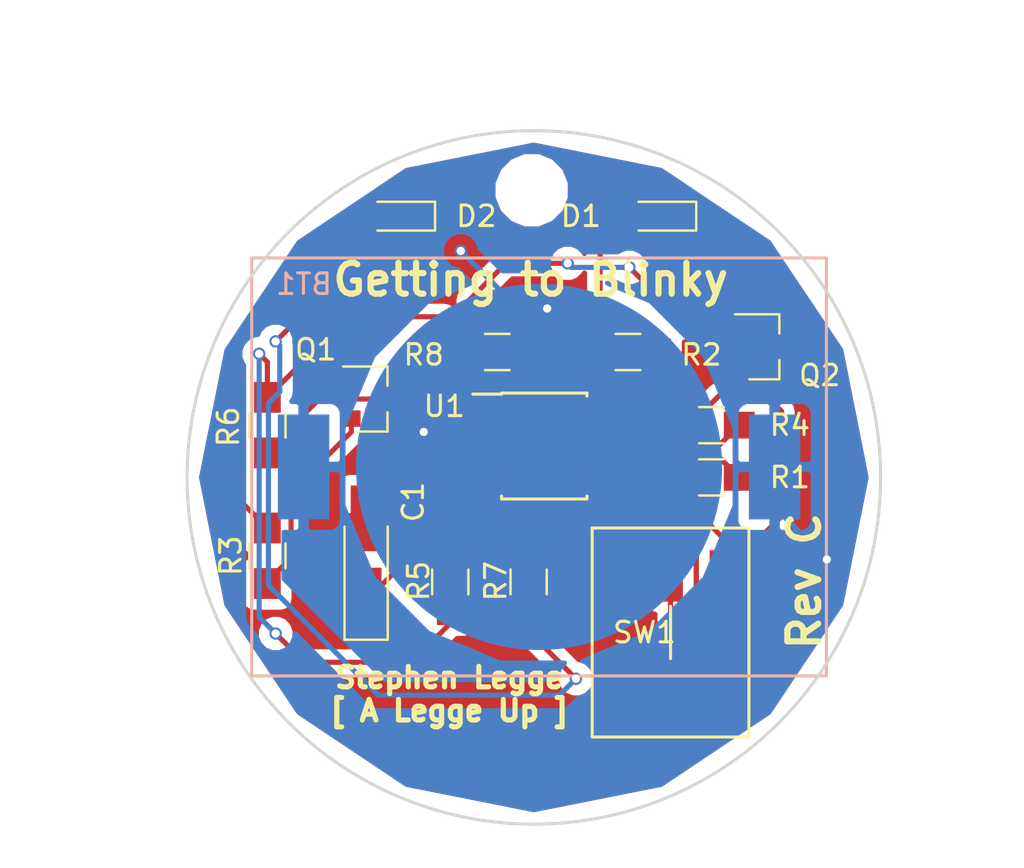
<source format=kicad_pcb>
(kicad_pcb (version 4) (host pcbnew 4.0.6)

  (general
    (links 28)
    (no_connects 0)
    (area 160.99 111.41 210.790001 153.610001)
    (thickness 1.6)
    (drawings 4)
    (tracks 124)
    (zones 0)
    (modules 17)
    (nets 13)
  )

  (page A4)
  (layers
    (0 F.Cu signal)
    (31 B.Cu signal)
    (32 B.Adhes user)
    (33 F.Adhes user)
    (34 B.Paste user)
    (35 F.Paste user)
    (36 B.SilkS user)
    (37 F.SilkS user)
    (38 B.Mask user)
    (39 F.Mask user)
    (40 Dwgs.User user)
    (41 Cmts.User user)
    (42 Eco1.User user)
    (43 Eco2.User user)
    (44 Edge.Cuts user)
    (45 Margin user)
    (46 B.CrtYd user)
    (47 F.CrtYd user)
    (48 B.Fab user)
    (49 F.Fab user)
  )

  (setup
    (last_trace_width 0.25)
    (trace_clearance 0.2)
    (zone_clearance 0.508)
    (zone_45_only no)
    (trace_min 0.2)
    (segment_width 0.2)
    (edge_width 0.15)
    (via_size 0.6)
    (via_drill 0.4)
    (via_min_size 0.4)
    (via_min_drill 0.3)
    (uvia_size 0.3)
    (uvia_drill 0.1)
    (uvias_allowed no)
    (uvia_min_size 0.2)
    (uvia_min_drill 0.1)
    (pcb_text_width 0.3)
    (pcb_text_size 1.5 1.5)
    (mod_edge_width 0.15)
    (mod_text_size 1 1)
    (mod_text_width 0.15)
    (pad_size 1.524 1.524)
    (pad_drill 0.762)
    (pad_to_mask_clearance 0)
    (aux_axis_origin 128.27 81.534)
    (grid_origin 148.59 105.41)
    (visible_elements 7FFFFFBB)
    (pcbplotparams
      (layerselection 0x010fc_80000001)
      (usegerberextensions true)
      (excludeedgelayer true)
      (linewidth 0.100000)
      (plotframeref false)
      (viasonmask false)
      (mode 1)
      (useauxorigin false)
      (hpglpennumber 1)
      (hpglpenspeed 20)
      (hpglpendiameter 15)
      (hpglpenoverlay 2)
      (psnegative false)
      (psa4output false)
      (plotreference true)
      (plotvalue true)
      (plotinvisibletext false)
      (padsonsilk false)
      (subtractmaskfromsilk false)
      (outputformat 1)
      (mirror false)
      (drillshape 0)
      (scaleselection 1)
      (outputdirectory ""))
  )

  (net 0 "")
  (net 1 GND)
  (net 2 VCC)
  (net 3 Drain)
  (net 4 "Net-(D1-Pad1)")
  (net 5 "Net-(D2-Pad2)")
  (net 6 "Net-(R1-Pad1)")
  (net 7 "Net-(BT1-Pad1)")
  (net 8 "Net-(D1-Pad2)")
  (net 9 "Net-(Q1-Pad1)")
  (net 10 "Net-(Q1-Pad2)")
  (net 11 "Net-(Q2-Pad1)")
  (net 12 /OUT)

  (net_class Default "This is the default net class."
    (clearance 0.2)
    (trace_width 0.25)
    (via_dia 0.6)
    (via_drill 0.4)
    (uvia_dia 0.3)
    (uvia_drill 0.1)
    (add_net /OUT)
    (add_net Drain)
    (add_net GND)
    (add_net "Net-(BT1-Pad1)")
    (add_net "Net-(D1-Pad1)")
    (add_net "Net-(D1-Pad2)")
    (add_net "Net-(D2-Pad2)")
    (add_net "Net-(Q1-Pad1)")
    (add_net "Net-(Q1-Pad2)")
    (add_net "Net-(Q2-Pad1)")
    (add_net "Net-(R1-Pad1)")
    (add_net VCC)
  )

  (module Capacitors_Tantalum_SMD:CP_Tantalum_Case-A_EIA-3216-18_Hand (layer F.Cu) (tedit 5938C85E) (tstamp 5912B9A8)
    (at 178.79 138.61 90)
    (descr "Tantalum capacitor, Case A, EIA 3216-18, 3.2x1.6x1.6mm, Hand soldering footprint")
    (tags "capacitor tantalum smd")
    (path /5912A9CE)
    (attr smd)
    (fp_text reference C1 (at 2.794 2.286 90) (layer F.SilkS)
      (effects (font (size 1 1) (thickness 0.15)))
    )
    (fp_text value 10U (at 0 2.55 90) (layer F.Fab)
      (effects (font (size 1 1) (thickness 0.15)))
    )
    (fp_line (start -4 -1.2) (end -4 1.2) (layer F.CrtYd) (width 0.05))
    (fp_line (start -4 1.2) (end 4 1.2) (layer F.CrtYd) (width 0.05))
    (fp_line (start 4 1.2) (end 4 -1.2) (layer F.CrtYd) (width 0.05))
    (fp_line (start 4 -1.2) (end -4 -1.2) (layer F.CrtYd) (width 0.05))
    (fp_line (start -1.6 -0.8) (end -1.6 0.8) (layer F.Fab) (width 0.1))
    (fp_line (start -1.6 0.8) (end 1.6 0.8) (layer F.Fab) (width 0.1))
    (fp_line (start 1.6 0.8) (end 1.6 -0.8) (layer F.Fab) (width 0.1))
    (fp_line (start 1.6 -0.8) (end -1.6 -0.8) (layer F.Fab) (width 0.1))
    (fp_line (start -1.28 -0.8) (end -1.28 0.8) (layer F.Fab) (width 0.1))
    (fp_line (start -1.12 -0.8) (end -1.12 0.8) (layer F.Fab) (width 0.1))
    (fp_line (start -3.9 -1.05) (end 1.6 -1.05) (layer F.SilkS) (width 0.12))
    (fp_line (start -3.9 1.05) (end 1.6 1.05) (layer F.SilkS) (width 0.12))
    (fp_line (start -3.9 -1.05) (end -3.9 1.05) (layer F.SilkS) (width 0.12))
    (pad 1 smd rect (at -2 0 90) (size 3.2 1.5) (layers F.Cu F.Paste F.Mask)
      (net 3 Drain))
    (pad 2 smd rect (at 2 0 90) (size 3.2 1.5) (layers F.Cu F.Paste F.Mask)
      (net 1 GND))
    (model Capacitors_Tantalum_SMD.3dshapes/CP_Tantalum_Case-A_EIA-3216-18.wrl
      (at (xyz 0 0 0))
      (scale (xyz 1 1 1))
      (rotate (xyz 0 0 0))
    )
  )

  (module LEDs:LED_0805 (layer F.Cu) (tedit 5913C80F) (tstamp 5912B9AE)
    (at 193.04 121.92 180)
    (descr "LED 0805 smd package")
    (tags "LED led 0805 SMD smd SMT smt smdled SMDLED smtled SMTLED")
    (path /5912AA29)
    (attr smd)
    (fp_text reference D1 (at 3.81 0 180) (layer F.SilkS)
      (effects (font (size 1 1) (thickness 0.15)))
    )
    (fp_text value LED (at 0 1.55 180) (layer F.Fab)
      (effects (font (size 1 1) (thickness 0.15)))
    )
    (fp_line (start -1.8 -0.7) (end -1.8 0.7) (layer F.SilkS) (width 0.12))
    (fp_line (start -0.4 -0.4) (end -0.4 0.4) (layer F.Fab) (width 0.1))
    (fp_line (start -0.4 0) (end 0.2 -0.4) (layer F.Fab) (width 0.1))
    (fp_line (start 0.2 0.4) (end -0.4 0) (layer F.Fab) (width 0.1))
    (fp_line (start 0.2 -0.4) (end 0.2 0.4) (layer F.Fab) (width 0.1))
    (fp_line (start 1 0.6) (end -1 0.6) (layer F.Fab) (width 0.1))
    (fp_line (start 1 -0.6) (end 1 0.6) (layer F.Fab) (width 0.1))
    (fp_line (start -1 -0.6) (end 1 -0.6) (layer F.Fab) (width 0.1))
    (fp_line (start -1 0.6) (end -1 -0.6) (layer F.Fab) (width 0.1))
    (fp_line (start -1.8 0.7) (end 1 0.7) (layer F.SilkS) (width 0.12))
    (fp_line (start -1.8 -0.7) (end 1 -0.7) (layer F.SilkS) (width 0.12))
    (fp_line (start 1.95 -0.85) (end 1.95 0.85) (layer F.CrtYd) (width 0.05))
    (fp_line (start 1.95 0.85) (end -1.95 0.85) (layer F.CrtYd) (width 0.05))
    (fp_line (start -1.95 0.85) (end -1.95 -0.85) (layer F.CrtYd) (width 0.05))
    (fp_line (start -1.95 -0.85) (end 1.95 -0.85) (layer F.CrtYd) (width 0.05))
    (pad 2 smd rect (at 1.1 0) (size 1.2 1.2) (layers F.Cu F.Paste F.Mask)
      (net 8 "Net-(D1-Pad2)"))
    (pad 1 smd rect (at -1.1 0) (size 1.2 1.2) (layers F.Cu F.Paste F.Mask)
      (net 4 "Net-(D1-Pad1)"))
    (model LEDs.3dshapes/LED_0805.wrl
      (at (xyz 0 0 0))
      (scale (xyz 1 1 1))
      (rotate (xyz 0 0 180))
    )
  )

  (module LEDs:LED_0805 (layer F.Cu) (tedit 5938CE85) (tstamp 5912B9B4)
    (at 180.34 121.92 180)
    (descr "LED 0805 smd package")
    (tags "LED led 0805 SMD smd SMT smt smdled SMDLED smtled SMTLED")
    (path /5912AA64)
    (attr smd)
    (fp_text reference D2 (at -3.81 0 180) (layer F.SilkS)
      (effects (font (size 1 1) (thickness 0.15)))
    )
    (fp_text value LED (at 0 1.55 180) (layer F.Fab)
      (effects (font (size 1 1) (thickness 0.15)))
    )
    (fp_line (start -1.8 -0.7) (end -1.8 0.7) (layer F.SilkS) (width 0.12))
    (fp_line (start -0.4 -0.4) (end -0.4 0.4) (layer F.Fab) (width 0.1))
    (fp_line (start -0.4 0) (end 0.2 -0.4) (layer F.Fab) (width 0.1))
    (fp_line (start 0.2 0.4) (end -0.4 0) (layer F.Fab) (width 0.1))
    (fp_line (start 0.2 -0.4) (end 0.2 0.4) (layer F.Fab) (width 0.1))
    (fp_line (start 1 0.6) (end -1 0.6) (layer F.Fab) (width 0.1))
    (fp_line (start 1 -0.6) (end 1 0.6) (layer F.Fab) (width 0.1))
    (fp_line (start -1 -0.6) (end 1 -0.6) (layer F.Fab) (width 0.1))
    (fp_line (start -1 0.6) (end -1 -0.6) (layer F.Fab) (width 0.1))
    (fp_line (start -1.8 0.7) (end 1 0.7) (layer F.SilkS) (width 0.12))
    (fp_line (start -1.8 -0.7) (end 1 -0.7) (layer F.SilkS) (width 0.12))
    (fp_line (start 1.95 -0.85) (end 1.95 0.85) (layer F.CrtYd) (width 0.05))
    (fp_line (start 1.95 0.85) (end -1.95 0.85) (layer F.CrtYd) (width 0.05))
    (fp_line (start -1.95 0.85) (end -1.95 -0.85) (layer F.CrtYd) (width 0.05))
    (fp_line (start -1.95 -0.85) (end 1.95 -0.85) (layer F.CrtYd) (width 0.05))
    (pad 2 smd rect (at 1.1 0) (size 1.2 1.2) (layers F.Cu F.Paste F.Mask)
      (net 5 "Net-(D2-Pad2)"))
    (pad 1 smd rect (at -1.1 0) (size 1.2 1.2) (layers F.Cu F.Paste F.Mask)
      (net 1 GND))
    (model LEDs.3dshapes/LED_0805.wrl
      (at (xyz 0 0 0))
      (scale (xyz 1 1 1))
      (rotate (xyz 0 0 180))
    )
  )

  (module Resistors_SMD:R_0805_HandSoldering (layer F.Cu) (tedit 5938C5F6) (tstamp 5912B9BA)
    (at 195.58 134.62 180)
    (descr "Resistor SMD 0805, hand soldering")
    (tags "resistor 0805")
    (path /5912A9A8)
    (attr smd)
    (fp_text reference R1 (at -3.81 0 180) (layer F.SilkS)
      (effects (font (size 1 1) (thickness 0.15)))
    )
    (fp_text value 110K (at -0.254 4.318 180) (layer F.Fab) hide
      (effects (font (size 1 1) (thickness 0.15)))
    )
    (fp_text user %R (at 0 0 180) (layer F.Fab)
      (effects (font (size 0.5 0.5) (thickness 0.075)))
    )
    (fp_line (start -1 0.62) (end -1 -0.62) (layer F.Fab) (width 0.1))
    (fp_line (start 1 0.62) (end -1 0.62) (layer F.Fab) (width 0.1))
    (fp_line (start 1 -0.62) (end 1 0.62) (layer F.Fab) (width 0.1))
    (fp_line (start -1 -0.62) (end 1 -0.62) (layer F.Fab) (width 0.1))
    (fp_line (start 0.6 0.88) (end -0.6 0.88) (layer F.SilkS) (width 0.12))
    (fp_line (start -0.6 -0.88) (end 0.6 -0.88) (layer F.SilkS) (width 0.12))
    (fp_line (start -2.35 -0.9) (end 2.35 -0.9) (layer F.CrtYd) (width 0.05))
    (fp_line (start -2.35 -0.9) (end -2.35 0.9) (layer F.CrtYd) (width 0.05))
    (fp_line (start 2.35 0.9) (end 2.35 -0.9) (layer F.CrtYd) (width 0.05))
    (fp_line (start 2.35 0.9) (end -2.35 0.9) (layer F.CrtYd) (width 0.05))
    (pad 1 smd rect (at -1.35 0 180) (size 1.5 1.3) (layers F.Cu F.Paste F.Mask)
      (net 6 "Net-(R1-Pad1)"))
    (pad 2 smd rect (at 1.35 0 180) (size 1.5 1.3) (layers F.Cu F.Paste F.Mask)
      (net 3 Drain))
    (model ${KISYS3DMOD}/Resistors_SMD.3dshapes/R_0805.wrl
      (at (xyz 0 0 0))
      (scale (xyz 1 1 1))
      (rotate (xyz 0 0 0))
    )
  )

  (module Resistors_SMD:R_0805_HandSoldering (layer F.Cu) (tedit 5938D09B) (tstamp 5912B9C0)
    (at 191.516 128.524)
    (descr "Resistor SMD 0805, hand soldering")
    (tags "resistor 0805")
    (path /5912A948)
    (attr smd)
    (fp_text reference R2 (at 3.574 0.136) (layer F.SilkS)
      (effects (font (size 1 1) (thickness 0.15)))
    )
    (fp_text value 55 (at 0 1.75) (layer F.Fab)
      (effects (font (size 1 1) (thickness 0.15)))
    )
    (fp_text user %R (at 0 0) (layer F.Fab)
      (effects (font (size 0.5 0.5) (thickness 0.075)))
    )
    (fp_line (start -1 0.62) (end -1 -0.62) (layer F.Fab) (width 0.1))
    (fp_line (start 1 0.62) (end -1 0.62) (layer F.Fab) (width 0.1))
    (fp_line (start 1 -0.62) (end 1 0.62) (layer F.Fab) (width 0.1))
    (fp_line (start -1 -0.62) (end 1 -0.62) (layer F.Fab) (width 0.1))
    (fp_line (start 0.6 0.88) (end -0.6 0.88) (layer F.SilkS) (width 0.12))
    (fp_line (start -0.6 -0.88) (end 0.6 -0.88) (layer F.SilkS) (width 0.12))
    (fp_line (start -2.35 -0.9) (end 2.35 -0.9) (layer F.CrtYd) (width 0.05))
    (fp_line (start -2.35 -0.9) (end -2.35 0.9) (layer F.CrtYd) (width 0.05))
    (fp_line (start 2.35 0.9) (end 2.35 -0.9) (layer F.CrtYd) (width 0.05))
    (fp_line (start 2.35 0.9) (end -2.35 0.9) (layer F.CrtYd) (width 0.05))
    (pad 1 smd rect (at -1.35 0) (size 1.5 1.3) (layers F.Cu F.Paste F.Mask)
      (net 8 "Net-(D1-Pad2)"))
    (pad 2 smd rect (at 1.35 0) (size 1.5 1.3) (layers F.Cu F.Paste F.Mask)
      (net 2 VCC))
    (model ${KISYS3DMOD}/Resistors_SMD.3dshapes/R_0805.wrl
      (at (xyz 0 0 0))
      (scale (xyz 1 1 1))
      (rotate (xyz 0 0 0))
    )
  )

  (module Resistors_SMD:R_0805_HandSoldering (layer F.Cu) (tedit 5938C3AB) (tstamp 5912B9C6)
    (at 173.99 138.43 270)
    (descr "Resistor SMD 0805, hand soldering")
    (tags "resistor 0805")
    (path /5912A98B)
    (attr smd)
    (fp_text reference R3 (at 0 1.778 270) (layer F.SilkS)
      (effects (font (size 1 1) (thickness 0.15)))
    )
    (fp_text value 55 (at 0 1.75 270) (layer F.Fab)
      (effects (font (size 1 1) (thickness 0.15)))
    )
    (fp_text user %R (at 0 0 270) (layer F.Fab)
      (effects (font (size 0.5 0.5) (thickness 0.075)))
    )
    (fp_line (start -1 0.62) (end -1 -0.62) (layer F.Fab) (width 0.1))
    (fp_line (start 1 0.62) (end -1 0.62) (layer F.Fab) (width 0.1))
    (fp_line (start 1 -0.62) (end 1 0.62) (layer F.Fab) (width 0.1))
    (fp_line (start -1 -0.62) (end 1 -0.62) (layer F.Fab) (width 0.1))
    (fp_line (start 0.6 0.88) (end -0.6 0.88) (layer F.SilkS) (width 0.12))
    (fp_line (start -0.6 -0.88) (end 0.6 -0.88) (layer F.SilkS) (width 0.12))
    (fp_line (start -2.35 -0.9) (end 2.35 -0.9) (layer F.CrtYd) (width 0.05))
    (fp_line (start -2.35 -0.9) (end -2.35 0.9) (layer F.CrtYd) (width 0.05))
    (fp_line (start 2.35 0.9) (end 2.35 -0.9) (layer F.CrtYd) (width 0.05))
    (fp_line (start 2.35 0.9) (end -2.35 0.9) (layer F.CrtYd) (width 0.05))
    (pad 1 smd rect (at -1.35 0 270) (size 1.5 1.3) (layers F.Cu F.Paste F.Mask)
      (net 5 "Net-(D2-Pad2)"))
    (pad 2 smd rect (at 1.35 0 270) (size 1.5 1.3) (layers F.Cu F.Paste F.Mask)
      (net 10 "Net-(Q1-Pad2)"))
    (model ${KISYS3DMOD}/Resistors_SMD.3dshapes/R_0805.wrl
      (at (xyz 0 0 0))
      (scale (xyz 1 1 1))
      (rotate (xyz 0 0 0))
    )
  )

  (module Housings_SOIC:SOIC-8_3.9x4.9mm_Pitch1.27mm (layer F.Cu) (tedit 5938D12E) (tstamp 5912B9D2)
    (at 187.452 133.096)
    (descr "8-Lead Plastic Small Outline (SN) - Narrow, 3.90 mm Body [SOIC] (see Microchip Packaging Specification 00000049BS.pdf)")
    (tags "SOIC 1.27")
    (path /5912D569)
    (attr smd)
    (fp_text reference U1 (at -4.862 -1.936) (layer F.SilkS)
      (effects (font (size 1 1) (thickness 0.15)))
    )
    (fp_text value ICM7555 (at 0 3.5) (layer F.Fab)
      (effects (font (size 1 1) (thickness 0.15)))
    )
    (fp_text user %R (at 0 0) (layer F.Fab)
      (effects (font (size 1 1) (thickness 0.15)))
    )
    (fp_line (start -0.95 -2.45) (end 1.95 -2.45) (layer F.Fab) (width 0.1))
    (fp_line (start 1.95 -2.45) (end 1.95 2.45) (layer F.Fab) (width 0.1))
    (fp_line (start 1.95 2.45) (end -1.95 2.45) (layer F.Fab) (width 0.1))
    (fp_line (start -1.95 2.45) (end -1.95 -1.45) (layer F.Fab) (width 0.1))
    (fp_line (start -1.95 -1.45) (end -0.95 -2.45) (layer F.Fab) (width 0.1))
    (fp_line (start -3.73 -2.7) (end -3.73 2.7) (layer F.CrtYd) (width 0.05))
    (fp_line (start 3.73 -2.7) (end 3.73 2.7) (layer F.CrtYd) (width 0.05))
    (fp_line (start -3.73 -2.7) (end 3.73 -2.7) (layer F.CrtYd) (width 0.05))
    (fp_line (start -3.73 2.7) (end 3.73 2.7) (layer F.CrtYd) (width 0.05))
    (fp_line (start -2.075 -2.575) (end -2.075 -2.525) (layer F.SilkS) (width 0.15))
    (fp_line (start 2.075 -2.575) (end 2.075 -2.43) (layer F.SilkS) (width 0.15))
    (fp_line (start 2.075 2.575) (end 2.075 2.43) (layer F.SilkS) (width 0.15))
    (fp_line (start -2.075 2.575) (end -2.075 2.43) (layer F.SilkS) (width 0.15))
    (fp_line (start -2.075 -2.575) (end 2.075 -2.575) (layer F.SilkS) (width 0.15))
    (fp_line (start -2.075 2.575) (end 2.075 2.575) (layer F.SilkS) (width 0.15))
    (fp_line (start -2.075 -2.525) (end -3.475 -2.525) (layer F.SilkS) (width 0.15))
    (pad 1 smd rect (at -2.7 -1.905) (size 1.55 0.6) (layers F.Cu F.Paste F.Mask)
      (net 1 GND))
    (pad 2 smd rect (at -2.7 -0.635) (size 1.55 0.6) (layers F.Cu F.Paste F.Mask)
      (net 3 Drain))
    (pad 3 smd rect (at -2.7 0.635) (size 1.55 0.6) (layers F.Cu F.Paste F.Mask)
      (net 12 /OUT))
    (pad 4 smd rect (at -2.7 1.905) (size 1.55 0.6) (layers F.Cu F.Paste F.Mask)
      (net 2 VCC))
    (pad 5 smd rect (at 2.7 1.905) (size 1.55 0.6) (layers F.Cu F.Paste F.Mask))
    (pad 6 smd rect (at 2.7 0.635) (size 1.55 0.6) (layers F.Cu F.Paste F.Mask)
      (net 3 Drain))
    (pad 7 smd rect (at 2.7 -0.635) (size 1.55 0.6) (layers F.Cu F.Paste F.Mask)
      (net 6 "Net-(R1-Pad1)"))
    (pad 8 smd rect (at 2.7 -1.905) (size 1.55 0.6) (layers F.Cu F.Paste F.Mask)
      (net 2 VCC))
    (model Housings_SOIC.3dshapes/SOIC-8_3.9x4.9mm_Pitch1.27mm.wrl
      (at (xyz 0 0 0))
      (scale (xyz 1 1 1))
      (rotate (xyz 0 0 0))
    )
  )

  (module Mounting_Holes:MountingHole_2.5mm (layer F.Cu) (tedit 5938D0B1) (tstamp 5912C11A)
    (at 186.84 120.66)
    (descr "Mounting Hole 2.5mm, no annular")
    (tags "mounting hole 2.5mm no annular")
    (fp_text reference HOLE (at 0 -2.54) (layer F.Fab) hide
      (effects (font (size 1 1) (thickness 0.15)))
    )
    (fp_text value MountingHole_2.5mm (at -5.08 0 90) (layer F.Fab)
      (effects (font (size 1 1) (thickness 0.15)))
    )
    (fp_circle (center 0 0) (end 2.5 0) (layer Cmts.User) (width 0.15))
    (fp_circle (center 0 0) (end 2.75 0) (layer F.CrtYd) (width 0.05))
    (pad 1 np_thru_hole circle (at 0 0) (size 2.5 2.5) (drill 2.5) (layers *.Cu *.Mask))
  )

  (module ALU_Connectors:JS202011SCQN (layer F.Cu) (tedit 5913D2B5) (tstamp 5913D1F0)
    (at 193.59 142.16 180)
    (path /591557FB)
    (fp_text reference SW1 (at 1.27 0 180) (layer F.SilkS)
      (effects (font (size 1 1) (thickness 0.15)))
    )
    (fp_text value JS202011SCQN (at 0 -6.35 180) (layer F.Fab)
      (effects (font (size 1 1) (thickness 0.15)))
    )
    (fp_line (start 0 -1.27) (end 0 1.27) (layer F.SilkS) (width 0.15))
    (fp_line (start -3.81 -5.08) (end 3.81 -5.08) (layer F.SilkS) (width 0.15))
    (fp_line (start 3.81 -5.08) (end 3.81 5.08) (layer F.SilkS) (width 0.15))
    (fp_line (start 3.81 5.08) (end -3.81 5.08) (layer F.SilkS) (width 0.15))
    (fp_line (start -3.81 5.08) (end -3.81 -5.08) (layer F.SilkS) (width 0.15))
    (pad 2 smd rect (at 0 2.75 180) (size 1.2 2.5) (layers F.Cu F.Paste F.Mask)
      (net 7 "Net-(BT1-Pad1)"))
    (pad 1 smd rect (at -2.5 2.75 180) (size 1.2 2.5) (layers F.Cu F.Paste F.Mask)
      (net 2 VCC))
    (pad 3 smd rect (at 2.5 2.75 180) (size 1.2 2.5) (layers F.Cu F.Paste F.Mask))
    (pad 4 smd rect (at -2.5 -2.75 180) (size 1.2 2.5) (layers F.Cu F.Paste F.Mask))
    (pad 5 smd rect (at 0 -2.75 180) (size 1.2 2.5) (layers F.Cu F.Paste F.Mask))
    (pad 6 smd rect (at 2.5 -2.75 180) (size 1.2 2.5) (layers F.Cu F.Paste F.Mask))
  )

  (module ALU_Connectors:BAT-HLD-001-CR2032 (layer B.Cu) (tedit 592E3D2B) (tstamp 5913B61E)
    (at 187.198 134.112)
    (path /5912C133)
    (fp_text reference BT1 (at -11.43 -8.89) (layer B.SilkS)
      (effects (font (size 1 1) (thickness 0.15)) (justify mirror))
    )
    (fp_text value Battery_Cell (at 0 11.43) (layer B.Fab)
      (effects (font (size 1 1) (thickness 0.15)) (justify mirror))
    )
    (fp_line (start -13.97 10.16) (end 13.97 10.16) (layer B.SilkS) (width 0.15))
    (fp_line (start 13.97 10.16) (end 13.97 -10.16) (layer B.SilkS) (width 0.15))
    (fp_line (start 13.97 -10.16) (end -13.97 -10.16) (layer B.SilkS) (width 0.15))
    (fp_line (start -13.97 -10.16) (end -13.97 10.16) (layer B.SilkS) (width 0.15))
    (pad 1 smd rect (at 11.45 0) (size 2.5 5.1) (layers B.Cu B.Paste B.Mask)
      (net 7 "Net-(BT1-Pad1)"))
    (pad 1 smd rect (at -11.45 0) (size 2.5 5.1) (layers B.Cu B.Paste B.Mask)
      (net 7 "Net-(BT1-Pad1)"))
    (pad 2 smd circle (at 0 0) (size 17.8 17.8) (layers B.Cu B.Paste B.Mask)
      (net 1 GND))
  )

  (module TO_SOT_Packages_SMD:SOT-23 (layer F.Cu) (tedit 5938D033) (tstamp 5938C200)
    (at 179.07 130.81)
    (descr "SOT-23, Standard")
    (tags SOT-23)
    (path /59378B15)
    (attr smd)
    (fp_text reference Q1 (at -2.73 -2.4) (layer F.SilkS)
      (effects (font (size 1 1) (thickness 0.15)))
    )
    (fp_text value BC808-40 (at 0 2.5) (layer F.Fab)
      (effects (font (size 1 1) (thickness 0.15)))
    )
    (fp_text user %R (at 0 0) (layer F.Fab)
      (effects (font (size 0.5 0.5) (thickness 0.075)))
    )
    (fp_line (start -0.7 -0.95) (end -0.7 1.5) (layer F.Fab) (width 0.1))
    (fp_line (start -0.15 -1.52) (end 0.7 -1.52) (layer F.Fab) (width 0.1))
    (fp_line (start -0.7 -0.95) (end -0.15 -1.52) (layer F.Fab) (width 0.1))
    (fp_line (start 0.7 -1.52) (end 0.7 1.52) (layer F.Fab) (width 0.1))
    (fp_line (start -0.7 1.52) (end 0.7 1.52) (layer F.Fab) (width 0.1))
    (fp_line (start 0.76 1.58) (end 0.76 0.65) (layer F.SilkS) (width 0.12))
    (fp_line (start 0.76 -1.58) (end 0.76 -0.65) (layer F.SilkS) (width 0.12))
    (fp_line (start -1.7 -1.75) (end 1.7 -1.75) (layer F.CrtYd) (width 0.05))
    (fp_line (start 1.7 -1.75) (end 1.7 1.75) (layer F.CrtYd) (width 0.05))
    (fp_line (start 1.7 1.75) (end -1.7 1.75) (layer F.CrtYd) (width 0.05))
    (fp_line (start -1.7 1.75) (end -1.7 -1.75) (layer F.CrtYd) (width 0.05))
    (fp_line (start 0.76 -1.58) (end -1.4 -1.58) (layer F.SilkS) (width 0.12))
    (fp_line (start 0.76 1.58) (end -0.7 1.58) (layer F.SilkS) (width 0.12))
    (pad 1 smd rect (at -1 -0.95) (size 0.9 0.8) (layers F.Cu F.Paste F.Mask)
      (net 9 "Net-(Q1-Pad1)"))
    (pad 2 smd rect (at -1 0.95) (size 0.9 0.8) (layers F.Cu F.Paste F.Mask)
      (net 10 "Net-(Q1-Pad2)"))
    (pad 3 smd rect (at 1 0) (size 0.9 0.8) (layers F.Cu F.Paste F.Mask)
      (net 2 VCC))
    (model ${KISYS3DMOD}/TO_SOT_Packages_SMD.3dshapes/SOT-23.wrl
      (at (xyz 0 0 0))
      (scale (xyz 1 1 1))
      (rotate (xyz 0 0 0))
    )
  )

  (module TO_SOT_Packages_SMD:SOT-23 (layer F.Cu) (tedit 5938D053) (tstamp 5938C207)
    (at 198.12 128.27)
    (descr "SOT-23, Standard")
    (tags SOT-23)
    (path /59378B58)
    (attr smd)
    (fp_text reference Q2 (at 2.72 1.39) (layer F.SilkS)
      (effects (font (size 1 1) (thickness 0.15)))
    )
    (fp_text value BC818-40 (at 0 2.5) (layer F.Fab)
      (effects (font (size 1 1) (thickness 0.15)))
    )
    (fp_text user %R (at 0 0) (layer F.Fab)
      (effects (font (size 0.5 0.5) (thickness 0.075)))
    )
    (fp_line (start -0.7 -0.95) (end -0.7 1.5) (layer F.Fab) (width 0.1))
    (fp_line (start -0.15 -1.52) (end 0.7 -1.52) (layer F.Fab) (width 0.1))
    (fp_line (start -0.7 -0.95) (end -0.15 -1.52) (layer F.Fab) (width 0.1))
    (fp_line (start 0.7 -1.52) (end 0.7 1.52) (layer F.Fab) (width 0.1))
    (fp_line (start -0.7 1.52) (end 0.7 1.52) (layer F.Fab) (width 0.1))
    (fp_line (start 0.76 1.58) (end 0.76 0.65) (layer F.SilkS) (width 0.12))
    (fp_line (start 0.76 -1.58) (end 0.76 -0.65) (layer F.SilkS) (width 0.12))
    (fp_line (start -1.7 -1.75) (end 1.7 -1.75) (layer F.CrtYd) (width 0.05))
    (fp_line (start 1.7 -1.75) (end 1.7 1.75) (layer F.CrtYd) (width 0.05))
    (fp_line (start 1.7 1.75) (end -1.7 1.75) (layer F.CrtYd) (width 0.05))
    (fp_line (start -1.7 1.75) (end -1.7 -1.75) (layer F.CrtYd) (width 0.05))
    (fp_line (start 0.76 -1.58) (end -1.4 -1.58) (layer F.SilkS) (width 0.12))
    (fp_line (start 0.76 1.58) (end -0.7 1.58) (layer F.SilkS) (width 0.12))
    (pad 1 smd rect (at -1 -0.95) (size 0.9 0.8) (layers F.Cu F.Paste F.Mask)
      (net 11 "Net-(Q2-Pad1)"))
    (pad 2 smd rect (at -1 0.95) (size 0.9 0.8) (layers F.Cu F.Paste F.Mask)
      (net 1 GND))
    (pad 3 smd rect (at 1 0) (size 0.9 0.8) (layers F.Cu F.Paste F.Mask)
      (net 4 "Net-(D1-Pad1)"))
    (model ${KISYS3DMOD}/TO_SOT_Packages_SMD.3dshapes/SOT-23.wrl
      (at (xyz 0 0 0))
      (scale (xyz 1 1 1))
      (rotate (xyz 0 0 0))
    )
  )

  (module Resistors_SMD:R_0805_HandSoldering (layer F.Cu) (tedit 5938C5FA) (tstamp 5938C20D)
    (at 195.58 132.08)
    (descr "Resistor SMD 0805, hand soldering")
    (tags "resistor 0805")
    (path /5937872C)
    (attr smd)
    (fp_text reference R4 (at 3.81 0) (layer F.SilkS)
      (effects (font (size 1 1) (thickness 0.15)))
    )
    (fp_text value 470 (at 0 4.572) (layer F.Fab) hide
      (effects (font (size 1 1) (thickness 0.15)))
    )
    (fp_text user %R (at 0 0) (layer F.Fab)
      (effects (font (size 0.5 0.5) (thickness 0.075)))
    )
    (fp_line (start -1 0.62) (end -1 -0.62) (layer F.Fab) (width 0.1))
    (fp_line (start 1 0.62) (end -1 0.62) (layer F.Fab) (width 0.1))
    (fp_line (start 1 -0.62) (end 1 0.62) (layer F.Fab) (width 0.1))
    (fp_line (start -1 -0.62) (end 1 -0.62) (layer F.Fab) (width 0.1))
    (fp_line (start 0.6 0.88) (end -0.6 0.88) (layer F.SilkS) (width 0.12))
    (fp_line (start -0.6 -0.88) (end 0.6 -0.88) (layer F.SilkS) (width 0.12))
    (fp_line (start -2.35 -0.9) (end 2.35 -0.9) (layer F.CrtYd) (width 0.05))
    (fp_line (start -2.35 -0.9) (end -2.35 0.9) (layer F.CrtYd) (width 0.05))
    (fp_line (start 2.35 0.9) (end 2.35 -0.9) (layer F.CrtYd) (width 0.05))
    (fp_line (start 2.35 0.9) (end -2.35 0.9) (layer F.CrtYd) (width 0.05))
    (pad 1 smd rect (at -1.35 0) (size 1.5 1.3) (layers F.Cu F.Paste F.Mask)
      (net 2 VCC))
    (pad 2 smd rect (at 1.35 0) (size 1.5 1.3) (layers F.Cu F.Paste F.Mask)
      (net 6 "Net-(R1-Pad1)"))
    (model ${KISYS3DMOD}/Resistors_SMD.3dshapes/R_0805.wrl
      (at (xyz 0 0 0))
      (scale (xyz 1 1 1))
      (rotate (xyz 0 0 0))
    )
  )

  (module Resistors_SMD:R_0805_HandSoldering (layer F.Cu) (tedit 5938D03F) (tstamp 5938C213)
    (at 182.88 139.7 90)
    (descr "Resistor SMD 0805, hand soldering")
    (tags "resistor 0805")
    (path /5937A18E)
    (attr smd)
    (fp_text reference R5 (at 0.04 -1.54 90) (layer F.SilkS)
      (effects (font (size 1 1) (thickness 0.15)))
    )
    (fp_text value 1.2K (at 0 1.75 90) (layer F.Fab) hide
      (effects (font (size 1 1) (thickness 0.15)))
    )
    (fp_text user %R (at 0 0 90) (layer F.Fab)
      (effects (font (size 0.5 0.5) (thickness 0.075)))
    )
    (fp_line (start -1 0.62) (end -1 -0.62) (layer F.Fab) (width 0.1))
    (fp_line (start 1 0.62) (end -1 0.62) (layer F.Fab) (width 0.1))
    (fp_line (start 1 -0.62) (end 1 0.62) (layer F.Fab) (width 0.1))
    (fp_line (start -1 -0.62) (end 1 -0.62) (layer F.Fab) (width 0.1))
    (fp_line (start 0.6 0.88) (end -0.6 0.88) (layer F.SilkS) (width 0.12))
    (fp_line (start -0.6 -0.88) (end 0.6 -0.88) (layer F.SilkS) (width 0.12))
    (fp_line (start -2.35 -0.9) (end 2.35 -0.9) (layer F.CrtYd) (width 0.05))
    (fp_line (start -2.35 -0.9) (end -2.35 0.9) (layer F.CrtYd) (width 0.05))
    (fp_line (start 2.35 0.9) (end 2.35 -0.9) (layer F.CrtYd) (width 0.05))
    (fp_line (start 2.35 0.9) (end -2.35 0.9) (layer F.CrtYd) (width 0.05))
    (pad 1 smd rect (at -1.35 0 90) (size 1.5 1.3) (layers F.Cu F.Paste F.Mask)
      (net 9 "Net-(Q1-Pad1)"))
    (pad 2 smd rect (at 1.35 0 90) (size 1.5 1.3) (layers F.Cu F.Paste F.Mask)
      (net 12 /OUT))
    (model ${KISYS3DMOD}/Resistors_SMD.3dshapes/R_0805.wrl
      (at (xyz 0 0 0))
      (scale (xyz 1 1 1))
      (rotate (xyz 0 0 0))
    )
  )

  (module Resistors_SMD:R_0805_HandSoldering (layer F.Cu) (tedit 5938D01D) (tstamp 5938C219)
    (at 173.99 132.08 270)
    (descr "Resistor SMD 0805, hand soldering")
    (tags "resistor 0805")
    (path /5937A21E)
    (attr smd)
    (fp_text reference R6 (at 0.08 1.9 270) (layer F.SilkS)
      (effects (font (size 1 1) (thickness 0.15)))
    )
    (fp_text value 720 (at 0 1.75 270) (layer F.Fab)
      (effects (font (size 1 1) (thickness 0.15)))
    )
    (fp_text user %R (at 0 0 270) (layer F.Fab)
      (effects (font (size 0.5 0.5) (thickness 0.075)))
    )
    (fp_line (start -1 0.62) (end -1 -0.62) (layer F.Fab) (width 0.1))
    (fp_line (start 1 0.62) (end -1 0.62) (layer F.Fab) (width 0.1))
    (fp_line (start 1 -0.62) (end 1 0.62) (layer F.Fab) (width 0.1))
    (fp_line (start -1 -0.62) (end 1 -0.62) (layer F.Fab) (width 0.1))
    (fp_line (start 0.6 0.88) (end -0.6 0.88) (layer F.SilkS) (width 0.12))
    (fp_line (start -0.6 -0.88) (end 0.6 -0.88) (layer F.SilkS) (width 0.12))
    (fp_line (start -2.35 -0.9) (end 2.35 -0.9) (layer F.CrtYd) (width 0.05))
    (fp_line (start -2.35 -0.9) (end -2.35 0.9) (layer F.CrtYd) (width 0.05))
    (fp_line (start 2.35 0.9) (end 2.35 -0.9) (layer F.CrtYd) (width 0.05))
    (fp_line (start 2.35 0.9) (end -2.35 0.9) (layer F.CrtYd) (width 0.05))
    (pad 1 smd rect (at -1.35 0 270) (size 1.5 1.3) (layers F.Cu F.Paste F.Mask)
      (net 9 "Net-(Q1-Pad1)"))
    (pad 2 smd rect (at 1.35 0 270) (size 1.5 1.3) (layers F.Cu F.Paste F.Mask)
      (net 2 VCC))
    (model ${KISYS3DMOD}/Resistors_SMD.3dshapes/R_0805.wrl
      (at (xyz 0 0 0))
      (scale (xyz 1 1 1))
      (rotate (xyz 0 0 0))
    )
  )

  (module Resistors_SMD:R_0805_HandSoldering (layer F.Cu) (tedit 5938D045) (tstamp 5938C21F)
    (at 186.69 139.7 270)
    (descr "Resistor SMD 0805, hand soldering")
    (tags "resistor 0805")
    (path /5937A2BC)
    (attr smd)
    (fp_text reference R7 (at -0.04 1.6 270) (layer F.SilkS)
      (effects (font (size 1 1) (thickness 0.15)))
    )
    (fp_text value 1.2K (at 0 1.75 270) (layer F.Fab) hide
      (effects (font (size 1 1) (thickness 0.15)))
    )
    (fp_text user %R (at 0 0 270) (layer F.Fab)
      (effects (font (size 0.5 0.5) (thickness 0.075)))
    )
    (fp_line (start -1 0.62) (end -1 -0.62) (layer F.Fab) (width 0.1))
    (fp_line (start 1 0.62) (end -1 0.62) (layer F.Fab) (width 0.1))
    (fp_line (start 1 -0.62) (end 1 0.62) (layer F.Fab) (width 0.1))
    (fp_line (start -1 -0.62) (end 1 -0.62) (layer F.Fab) (width 0.1))
    (fp_line (start 0.6 0.88) (end -0.6 0.88) (layer F.SilkS) (width 0.12))
    (fp_line (start -0.6 -0.88) (end 0.6 -0.88) (layer F.SilkS) (width 0.12))
    (fp_line (start -2.35 -0.9) (end 2.35 -0.9) (layer F.CrtYd) (width 0.05))
    (fp_line (start -2.35 -0.9) (end -2.35 0.9) (layer F.CrtYd) (width 0.05))
    (fp_line (start 2.35 0.9) (end 2.35 -0.9) (layer F.CrtYd) (width 0.05))
    (fp_line (start 2.35 0.9) (end -2.35 0.9) (layer F.CrtYd) (width 0.05))
    (pad 1 smd rect (at -1.35 0 270) (size 1.5 1.3) (layers F.Cu F.Paste F.Mask)
      (net 12 /OUT))
    (pad 2 smd rect (at 1.35 0 270) (size 1.5 1.3) (layers F.Cu F.Paste F.Mask)
      (net 11 "Net-(Q2-Pad1)"))
    (model ${KISYS3DMOD}/Resistors_SMD.3dshapes/R_0805.wrl
      (at (xyz 0 0 0))
      (scale (xyz 1 1 1))
      (rotate (xyz 0 0 0))
    )
  )

  (module Resistors_SMD:R_0805_HandSoldering (layer F.Cu) (tedit 5938D08F) (tstamp 5938C225)
    (at 185.166 128.524 180)
    (descr "Resistor SMD 0805, hand soldering")
    (tags "resistor 0805")
    (path /5937A315)
    (attr smd)
    (fp_text reference R8 (at 3.576 -0.136 180) (layer F.SilkS)
      (effects (font (size 1 1) (thickness 0.15)))
    )
    (fp_text value 720 (at 0 1.75 180) (layer F.Fab)
      (effects (font (size 1 1) (thickness 0.15)))
    )
    (fp_text user %R (at 0 0 180) (layer F.Fab)
      (effects (font (size 0.5 0.5) (thickness 0.075)))
    )
    (fp_line (start -1 0.62) (end -1 -0.62) (layer F.Fab) (width 0.1))
    (fp_line (start 1 0.62) (end -1 0.62) (layer F.Fab) (width 0.1))
    (fp_line (start 1 -0.62) (end 1 0.62) (layer F.Fab) (width 0.1))
    (fp_line (start -1 -0.62) (end 1 -0.62) (layer F.Fab) (width 0.1))
    (fp_line (start 0.6 0.88) (end -0.6 0.88) (layer F.SilkS) (width 0.12))
    (fp_line (start -0.6 -0.88) (end 0.6 -0.88) (layer F.SilkS) (width 0.12))
    (fp_line (start -2.35 -0.9) (end 2.35 -0.9) (layer F.CrtYd) (width 0.05))
    (fp_line (start -2.35 -0.9) (end -2.35 0.9) (layer F.CrtYd) (width 0.05))
    (fp_line (start 2.35 0.9) (end 2.35 -0.9) (layer F.CrtYd) (width 0.05))
    (fp_line (start 2.35 0.9) (end -2.35 0.9) (layer F.CrtYd) (width 0.05))
    (pad 1 smd rect (at -1.35 0 180) (size 1.5 1.3) (layers F.Cu F.Paste F.Mask)
      (net 1 GND))
    (pad 2 smd rect (at 1.35 0 180) (size 1.5 1.3) (layers F.Cu F.Paste F.Mask)
      (net 11 "Net-(Q2-Pad1)"))
    (model ${KISYS3DMOD}/Resistors_SMD.3dshapes/R_0805.wrl
      (at (xyz 0 0 0))
      (scale (xyz 1 1 1))
      (rotate (xyz 0 0 0))
    )
  )

  (gr_circle (center 186.944 134.62) (end 201.422 143.256) (layer Edge.Cuts) (width 0.15))
  (gr_text "Rev C" (at 200.09 139.66 90) (layer F.SilkS)
    (effects (font (size 1.5 1.5) (thickness 0.3)))
  )
  (gr_text "Stephen Legge\n[ A Legge Up ]" (at 182.84 145.16) (layer F.SilkS)
    (effects (font (size 1 1) (thickness 0.25)))
  )
  (gr_text "Getting to Blinky" (at 186.79 125.01) (layer F.SilkS)
    (effects (font (size 1.5 1.5) (thickness 0.3)))
  )

  (segment (start 186.516 128.524) (end 186.516 127.484) (width 0.25) (layer F.Cu) (net 1))
  (segment (start 187.59 126.41) (end 187.198 126.802) (width 0.25) (layer B.Cu) (net 1) (tstamp 5938D8DB))
  (via (at 187.59 126.41) (size 0.6) (drill 0.4) (layers F.Cu B.Cu) (net 1))
  (segment (start 186.516 127.484) (end 187.59 126.41) (width 0.25) (layer F.Cu) (net 1) (tstamp 5938D8D7))
  (segment (start 187.198 126.802) (end 187.198 134.112) (width 0.25) (layer B.Cu) (net 1) (tstamp 5938D8DC))
  (segment (start 184.752 131.191) (end 182.809 131.191) (width 0.25) (layer F.Cu) (net 1))
  (segment (start 181.59 132.41) (end 183.292 134.112) (width 0.25) (layer B.Cu) (net 1) (tstamp 5938D5ED))
  (via (at 181.59 132.41) (size 0.6) (drill 0.4) (layers F.Cu B.Cu) (net 1))
  (segment (start 182.809 131.191) (end 181.59 132.41) (width 0.25) (layer F.Cu) (net 1) (tstamp 5938D5DE))
  (segment (start 183.292 134.112) (end 187.198 134.112) (width 0.25) (layer B.Cu) (net 1) (tstamp 5938D5EE))
  (segment (start 181.44 121.92) (end 181.7 121.92) (width 0.25) (layer F.Cu) (net 1))
  (segment (start 181.7 121.92) (end 183.39 123.61) (width 0.25) (layer F.Cu) (net 1) (tstamp 5938D443))
  (via (at 183.39 123.61) (size 0.6) (drill 0.4) (layers F.Cu B.Cu) (net 1))
  (segment (start 183.39 123.61) (end 187.198 127.418) (width 0.25) (layer B.Cu) (net 1) (tstamp 5938D44A))
  (segment (start 187.198 127.418) (end 187.198 134.112) (width 0.25) (layer B.Cu) (net 1) (tstamp 5938D44B))
  (segment (start 184.752 135.001) (end 187.381 135.001) (width 0.25) (layer F.Cu) (net 2))
  (segment (start 196.09 137.51) (end 196.09 139.41) (width 0.25) (layer F.Cu) (net 2) (tstamp 5938D7A5))
  (segment (start 195.19 136.61) (end 196.09 137.51) (width 0.25) (layer F.Cu) (net 2) (tstamp 5938D7A3))
  (segment (start 188.99 136.61) (end 195.19 136.61) (width 0.25) (layer F.Cu) (net 2) (tstamp 5938D7A0))
  (segment (start 187.381 135.001) (end 188.99 136.61) (width 0.25) (layer F.Cu) (net 2) (tstamp 5938D79B))
  (segment (start 180.07 130.81) (end 176.51 130.81) (width 0.25) (layer F.Cu) (net 2))
  (segment (start 176.51 130.81) (end 173.99 133.33) (width 0.25) (layer F.Cu) (net 2))
  (segment (start 173.99 133.33) (end 173.99 133.43) (width 0.25) (layer F.Cu) (net 2))
  (segment (start 180.92 130.01) (end 187.39 130.01) (width 0.25) (layer F.Cu) (net 2))
  (segment (start 188.79 131.41) (end 189.009 131.191) (width 0.25) (layer F.Cu) (net 2))
  (segment (start 187.39 130.01) (end 188.79 131.41) (width 0.25) (layer F.Cu) (net 2))
  (segment (start 180.07 130.81) (end 180.12 130.81) (width 0.25) (layer F.Cu) (net 2))
  (segment (start 180.12 130.81) (end 180.92 130.01) (width 0.25) (layer F.Cu) (net 2))
  (segment (start 194.23 132.08) (end 194.52 132.08) (width 0.25) (layer F.Cu) (net 2))
  (segment (start 194.52 132.08) (end 195.99 130.61) (width 0.25) (layer F.Cu) (net 2) (tstamp 5938D296))
  (segment (start 198.99 136.51) (end 196.09 139.41) (width 0.25) (layer F.Cu) (net 2) (tstamp 5938D2A4))
  (segment (start 198.99 131.41) (end 198.99 136.51) (width 0.25) (layer F.Cu) (net 2) (tstamp 5938D2A0))
  (segment (start 198.19 130.61) (end 198.99 131.41) (width 0.25) (layer F.Cu) (net 2) (tstamp 5938D29C))
  (segment (start 195.99 130.61) (end 198.19 130.61) (width 0.25) (layer F.Cu) (net 2) (tstamp 5938D298))
  (segment (start 189.009 131.191) (end 190.152 131.191) (width 0.25) (layer F.Cu) (net 2) (tstamp 5938D24D))
  (segment (start 194.23 132.08) (end 193.26 132.08) (width 0.25) (layer F.Cu) (net 2))
  (segment (start 192.371 131.191) (end 190.152 131.191) (width 0.25) (layer F.Cu) (net 2) (tstamp 5938D225))
  (segment (start 193.26 132.08) (end 192.371 131.191) (width 0.25) (layer F.Cu) (net 2) (tstamp 5938D223))
  (segment (start 194.23 132.08) (end 194.23 129.888) (width 0.25) (layer F.Cu) (net 2))
  (segment (start 194.23 129.888) (end 192.866 128.524) (width 0.25) (layer F.Cu) (net 2) (tstamp 5938D21F))
  (segment (start 184.752 132.461) (end 187.441 132.461) (width 0.25) (layer F.Cu) (net 3))
  (segment (start 188.711 133.731) (end 190.152 133.731) (width 0.25) (layer F.Cu) (net 3) (tstamp 5938D782))
  (segment (start 187.441 132.461) (end 188.711 133.731) (width 0.25) (layer F.Cu) (net 3) (tstamp 5938D77D))
  (segment (start 184.752 132.461) (end 183.939 132.461) (width 0.25) (layer F.Cu) (net 3))
  (segment (start 180.79 138.61) (end 178.79 140.61) (width 0.25) (layer F.Cu) (net 3) (tstamp 5938D3B3))
  (segment (start 180.79 135.61) (end 180.79 138.61) (width 0.25) (layer F.Cu) (net 3) (tstamp 5938D3AE))
  (segment (start 183.939 132.461) (end 180.79 135.61) (width 0.25) (layer F.Cu) (net 3) (tstamp 5938D3AA))
  (segment (start 190.152 133.731) (end 192.111 133.731) (width 0.25) (layer F.Cu) (net 3))
  (segment (start 192.111 133.731) (end 193 134.62) (width 0.25) (layer F.Cu) (net 3) (tstamp 5938D284))
  (segment (start 193 134.62) (end 194.23 134.62) (width 0.25) (layer F.Cu) (net 3) (tstamp 5938D287))
  (segment (start 199.12 128.27) (end 199.12 124.94) (width 0.25) (layer F.Cu) (net 4))
  (segment (start 196.1 121.92) (end 194.14 121.92) (width 0.25) (layer F.Cu) (net 4) (tstamp 5938D3DB))
  (segment (start 199.12 124.94) (end 196.1 121.92) (width 0.25) (layer F.Cu) (net 4) (tstamp 5938D3D5))
  (segment (start 179.24 121.92) (end 178.68 121.92) (width 0.25) (layer F.Cu) (net 5))
  (segment (start 178.68 121.92) (end 171.99 128.61) (width 0.25) (layer F.Cu) (net 5) (tstamp 5938D3F8))
  (segment (start 171.99 128.61) (end 171.99 135.08) (width 0.25) (layer F.Cu) (net 5) (tstamp 5938D3FA))
  (segment (start 171.99 135.08) (end 173.99 137.08) (width 0.25) (layer F.Cu) (net 5) (tstamp 5938D3FE))
  (segment (start 195.39 133.41) (end 195.72 133.41) (width 0.25) (layer F.Cu) (net 6))
  (segment (start 195.72 133.41) (end 196.93 134.62) (width 0.25) (layer F.Cu) (net 6) (tstamp 5938D27D))
  (segment (start 190.152 132.461) (end 192.041 132.461) (width 0.25) (layer F.Cu) (net 6))
  (segment (start 195.6 133.41) (end 196.93 132.08) (width 0.25) (layer F.Cu) (net 6) (tstamp 5938D276))
  (segment (start 192.99 133.41) (end 195.39 133.41) (width 0.25) (layer F.Cu) (net 6) (tstamp 5938D273))
  (segment (start 195.39 133.41) (end 195.6 133.41) (width 0.25) (layer F.Cu) (net 6) (tstamp 5938D27B))
  (segment (start 192.041 132.461) (end 192.99 133.41) (width 0.25) (layer F.Cu) (net 6) (tstamp 5938D26F))
  (segment (start 198.648 134.112) (end 198.648 136.068) (width 0.25) (layer B.Cu) (net 7))
  (segment (start 198.648 136.068) (end 201.19 138.61) (width 0.25) (layer B.Cu) (net 7) (tstamp 5938D1A5))
  (via (at 201.19 138.61) (size 0.6) (drill 0.4) (layers F.Cu B.Cu) (net 7))
  (segment (start 201.19 138.61) (end 201.19 141.01) (width 0.25) (layer F.Cu) (net 7) (tstamp 5938D1C6))
  (segment (start 201.19 141.01) (end 199.59 142.61) (width 0.25) (layer F.Cu) (net 7) (tstamp 5938D1C7))
  (segment (start 199.59 142.61) (end 194.59 142.61) (width 0.25) (layer F.Cu) (net 7) (tstamp 5938D1D6))
  (segment (start 194.59 142.61) (end 193.59 141.61) (width 0.25) (layer F.Cu) (net 7) (tstamp 5938D1E4))
  (segment (start 193.59 141.61) (end 193.59 139.41) (width 0.25) (layer F.Cu) (net 7) (tstamp 5938D1E8))
  (segment (start 190.166 128.524) (end 190.166 123.694) (width 0.25) (layer F.Cu) (net 8))
  (segment (start 190.166 123.694) (end 191.94 121.92) (width 0.25) (layer F.Cu) (net 8) (tstamp 5938D3E4))
  (segment (start 182.88 141.05) (end 182.88 141.72) (width 0.25) (layer F.Cu) (net 9))
  (segment (start 182.88 141.72) (end 180.99 143.61) (width 0.25) (layer F.Cu) (net 9) (tstamp 5938D7EA))
  (segment (start 180.99 143.61) (end 175.79 143.61) (width 0.25) (layer F.Cu) (net 9) (tstamp 5938D7EF))
  (segment (start 175.79 143.61) (end 174.39 142.21) (width 0.25) (layer F.Cu) (net 9) (tstamp 5938D7F8))
  (via (at 174.39 142.21) (size 0.6) (drill 0.4) (layers F.Cu B.Cu) (net 9))
  (segment (start 174.39 142.21) (end 173.59 141.41) (width 0.25) (layer B.Cu) (net 9) (tstamp 5938D7FC))
  (segment (start 173.59 141.41) (end 173.59 128.61) (width 0.25) (layer B.Cu) (net 9) (tstamp 5938D7FD))
  (via (at 173.59 128.61) (size 0.6) (drill 0.4) (layers F.Cu B.Cu) (net 9))
  (segment (start 173.59 128.61) (end 173.99 129.01) (width 0.25) (layer F.Cu) (net 9) (tstamp 5938D802))
  (segment (start 173.99 129.01) (end 173.99 130.73) (width 0.25) (layer F.Cu) (net 9) (tstamp 5938D803))
  (segment (start 178.07 129.86) (end 177.24 129.86) (width 0.25) (layer F.Cu) (net 9))
  (segment (start 175.51 129.21) (end 173.99 130.73) (width 0.25) (layer F.Cu) (net 9) (tstamp 5938D349))
  (segment (start 176.59 129.21) (end 175.51 129.21) (width 0.25) (layer F.Cu) (net 9) (tstamp 5938D347))
  (segment (start 177.24 129.86) (end 176.59 129.21) (width 0.25) (layer F.Cu) (net 9) (tstamp 5938D341))
  (segment (start 175.139991 138.530009) (end 173.99 139.68) (width 0.25) (layer F.Cu) (net 10))
  (segment (start 178.07 132.41) (end 175.139991 135.340009) (width 0.25) (layer F.Cu) (net 10))
  (segment (start 178.07 131.76) (end 178.07 132.41) (width 0.25) (layer F.Cu) (net 10))
  (segment (start 173.99 139.68) (end 173.99 139.78) (width 0.25) (layer F.Cu) (net 10))
  (segment (start 175.139991 135.340009) (end 175.139991 138.530009) (width 0.25) (layer F.Cu) (net 10))
  (segment (start 183.816 128.524) (end 183.816 128.036) (width 0.25) (layer F.Cu) (net 11))
  (segment (start 183.816 128.036) (end 182.59 126.81) (width 0.25) (layer F.Cu) (net 11) (tstamp 5938D87C))
  (segment (start 186.69 142.11) (end 186.69 141.05) (width 0.25) (layer F.Cu) (net 11) (tstamp 5938D8C5))
  (segment (start 188.99 144.41) (end 186.69 142.11) (width 0.25) (layer F.Cu) (net 11) (tstamp 5938D8C4))
  (via (at 188.99 144.41) (size 0.6) (drill 0.4) (layers F.Cu B.Cu) (net 11))
  (segment (start 188.19 145.21) (end 188.99 144.41) (width 0.25) (layer B.Cu) (net 11) (tstamp 5938D8BE))
  (segment (start 179.39 145.21) (end 188.19 145.21) (width 0.25) (layer B.Cu) (net 11) (tstamp 5938D8BB))
  (segment (start 174.040002 139.860002) (end 179.39 145.21) (width 0.25) (layer B.Cu) (net 11) (tstamp 5938D8AF))
  (segment (start 174.040002 131.01) (end 174.040002 139.860002) (width 0.25) (layer B.Cu) (net 11) (tstamp 5938D8A9))
  (segment (start 174.59 130.460002) (end 174.040002 131.01) (width 0.25) (layer B.Cu) (net 11) (tstamp 5938D8A7))
  (segment (start 174.59 128.21) (end 174.59 130.460002) (width 0.25) (layer B.Cu) (net 11) (tstamp 5938D891))
  (segment (start 174.39 128.01) (end 174.59 128.21) (width 0.25) (layer B.Cu) (net 11) (tstamp 5938D890))
  (via (at 174.39 128.01) (size 0.6) (drill 0.4) (layers F.Cu B.Cu) (net 11))
  (segment (start 175.59 126.81) (end 174.39 128.01) (width 0.25) (layer F.Cu) (net 11) (tstamp 5938D88C))
  (segment (start 182.59 126.81) (end 175.59 126.81) (width 0.25) (layer F.Cu) (net 11) (tstamp 5938D884))
  (segment (start 183.816 128.524) (end 183.816 125.984) (width 0.25) (layer F.Cu) (net 11))
  (segment (start 194.5 127.32) (end 197.12 127.32) (width 0.25) (layer F.Cu) (net 11) (tstamp 5938D675))
  (segment (start 191.59 124.41) (end 194.5 127.32) (width 0.25) (layer F.Cu) (net 11) (tstamp 5938D674))
  (via (at 191.59 124.41) (size 0.6) (drill 0.4) (layers F.Cu B.Cu) (net 11))
  (segment (start 188.79 124.41) (end 191.59 124.41) (width 0.25) (layer B.Cu) (net 11) (tstamp 5938D668))
  (segment (start 188.59 124.21) (end 188.79 124.41) (width 0.25) (layer B.Cu) (net 11) (tstamp 5938D667))
  (via (at 188.59 124.21) (size 0.6) (drill 0.4) (layers F.Cu B.Cu) (net 11))
  (segment (start 185.59 124.21) (end 188.59 124.21) (width 0.25) (layer F.Cu) (net 11) (tstamp 5938D659))
  (segment (start 183.816 125.984) (end 185.59 124.21) (width 0.25) (layer F.Cu) (net 11) (tstamp 5938D63E))
  (segment (start 182.88 134.81) (end 182.88 135.5) (width 0.25) (layer F.Cu) (net 12))
  (segment (start 185.73 138.35) (end 186.69 138.35) (width 0.25) (layer F.Cu) (net 12) (tstamp 5938D2EB))
  (segment (start 182.88 135.5) (end 185.73 138.35) (width 0.25) (layer F.Cu) (net 12) (tstamp 5938D2E7))
  (segment (start 184.752 133.731) (end 183.869 133.731) (width 0.25) (layer F.Cu) (net 12))
  (segment (start 182.88 134.72) (end 182.88 134.81) (width 0.25) (layer F.Cu) (net 12) (tstamp 5938D2E2))
  (segment (start 182.88 134.81) (end 182.88 138.35) (width 0.25) (layer F.Cu) (net 12) (tstamp 5938D2E5))
  (segment (start 183.869 133.731) (end 182.88 134.72) (width 0.25) (layer F.Cu) (net 12) (tstamp 5938D2DA))

  (zone (net 1) (net_name GND) (layer F.Cu) (tstamp 5938D459) (hatch edge 0.508)
    (connect_pads (clearance 0.508))
    (min_thickness 0.254)
    (fill yes (arc_segments 16) (thermal_gap 0.508) (thermal_bridge_width 0.508))
    (polygon
      (pts
        (xy 160.99 111.61) (xy 160.99 153.61) (xy 210.79 153.61) (xy 210.79 111.61) (xy 160.99 111.41)
      )
    )
    (filled_polygon
      (pts
        (xy 201.862829 128.440419) (xy 203.092024 134.62) (xy 201.95 140.361343) (xy 201.95 139.172463) (xy 201.982192 139.140327)
        (xy 202.124838 138.796799) (xy 202.125162 138.424833) (xy 201.983117 138.081057) (xy 201.720327 137.817808) (xy 201.376799 137.675162)
        (xy 201.004833 137.674838) (xy 200.661057 137.816883) (xy 200.397808 138.079673) (xy 200.255162 138.423201) (xy 200.254838 138.795167)
        (xy 200.396883 139.138943) (xy 200.43 139.172118) (xy 200.43 140.695198) (xy 199.275198 141.85) (xy 194.904802 141.85)
        (xy 194.35 141.295198) (xy 194.35 141.277334) (xy 194.425317 141.263162) (xy 194.641441 141.12409) (xy 194.786431 140.91189)
        (xy 194.83744 140.66) (xy 194.83744 138.16) (xy 194.793162 137.924683) (xy 194.65409 137.708559) (xy 194.44189 137.563569)
        (xy 194.19 137.51256) (xy 192.99 137.51256) (xy 192.754683 137.556838) (xy 192.538559 137.69591) (xy 192.393569 137.90811)
        (xy 192.34256 138.16) (xy 192.34256 140.66) (xy 192.386838 140.895317) (xy 192.52591 141.111441) (xy 192.73811 141.256431)
        (xy 192.83 141.275039) (xy 192.83 141.61) (xy 192.887852 141.900839) (xy 193.052599 142.147401) (xy 193.917758 143.01256)
        (xy 192.99 143.01256) (xy 192.754683 143.056838) (xy 192.538559 143.19591) (xy 192.393569 143.40811) (xy 192.34256 143.66)
        (xy 192.34256 146.16) (xy 192.386838 146.395317) (xy 192.52591 146.611441) (xy 192.73811 146.756431) (xy 192.99 146.80744)
        (xy 194.19 146.80744) (xy 194.425317 146.763162) (xy 194.641441 146.62409) (xy 194.786431 146.41189) (xy 194.83744 146.16)
        (xy 194.83744 143.66) (xy 194.793162 143.424683) (xy 194.757974 143.37) (xy 194.919608 143.37) (xy 194.893569 143.40811)
        (xy 194.84256 143.66) (xy 194.84256 146.16) (xy 194.886838 146.395317) (xy 195.02591 146.611441) (xy 195.23811 146.756431)
        (xy 195.49 146.80744) (xy 196.69 146.80744) (xy 196.925317 146.763162) (xy 197.141441 146.62409) (xy 197.286431 146.41189)
        (xy 197.33744 146.16) (xy 197.33744 143.66) (xy 197.293162 143.424683) (xy 197.257974 143.37) (xy 199.59 143.37)
        (xy 199.880839 143.312148) (xy 200.127401 143.147401) (xy 200.629673 142.645129) (xy 198.362377 146.038377) (xy 193.123581 149.538829)
        (xy 186.944 150.768024) (xy 180.764419 149.538829) (xy 175.525623 146.038377) (xy 172.025171 140.799581) (xy 170.795976 134.62)
        (xy 171.23 132.438014) (xy 171.23 135.08) (xy 171.287852 135.370839) (xy 171.452599 135.617401) (xy 172.69256 136.857362)
        (xy 172.69256 137.83) (xy 172.736838 138.065317) (xy 172.87591 138.281441) (xy 173.08811 138.426431) (xy 173.101197 138.429081)
        (xy 172.888559 138.56591) (xy 172.743569 138.77811) (xy 172.69256 139.03) (xy 172.69256 140.53) (xy 172.736838 140.765317)
        (xy 172.87591 140.981441) (xy 173.08811 141.126431) (xy 173.34 141.17744) (xy 174.64 141.17744) (xy 174.875317 141.133162)
        (xy 175.091441 140.99409) (xy 175.236431 140.78189) (xy 175.28744 140.53) (xy 175.28744 139.457362) (xy 175.677392 139.06741)
        (xy 175.842139 138.820848) (xy 175.899991 138.530009) (xy 175.899991 135.654811) (xy 176.671111 134.883691) (xy 177.405 134.883691)
        (xy 177.405 136.32425) (xy 177.56375 136.483) (xy 178.663 136.483) (xy 178.663 134.53375) (xy 178.50425 134.375)
        (xy 177.91369 134.375) (xy 177.680301 134.471673) (xy 177.501673 134.650302) (xy 177.405 134.883691) (xy 176.671111 134.883691)
        (xy 178.607401 132.947401) (xy 178.726938 132.768502) (xy 178.755317 132.763162) (xy 178.971441 132.62409) (xy 179.116431 132.41189)
        (xy 179.16744 132.16) (xy 179.16744 131.669319) (xy 179.36811 131.806431) (xy 179.62 131.85744) (xy 180.52 131.85744)
        (xy 180.755317 131.813162) (xy 180.971441 131.67409) (xy 181.116431 131.46189) (xy 181.16744 131.21) (xy 181.16744 130.837362)
        (xy 181.234802 130.77) (xy 183.342 130.77) (xy 183.342 130.90525) (xy 183.50075 131.064) (xy 184.625 131.064)
        (xy 184.625 131.044) (xy 184.879 131.044) (xy 184.879 131.064) (xy 186.00325 131.064) (xy 186.162 130.90525)
        (xy 186.162 130.77) (xy 187.075198 130.77) (xy 188.252599 131.947401) (xy 188.499161 132.112148) (xy 188.730148 132.158095)
        (xy 188.72956 132.161) (xy 188.72956 132.674758) (xy 187.978401 131.923599) (xy 187.731839 131.758852) (xy 187.441 131.701)
        (xy 186.127334 131.701) (xy 186.162 131.61731) (xy 186.162 131.47675) (xy 186.00325 131.318) (xy 184.879 131.318)
        (xy 184.879 131.338) (xy 184.625 131.338) (xy 184.625 131.318) (xy 183.50075 131.318) (xy 183.342 131.47675)
        (xy 183.342 131.61731) (xy 183.431806 131.834122) (xy 183.380569 131.90911) (xy 183.37155 131.953647) (xy 180.252599 135.072599)
        (xy 180.175 135.188734) (xy 180.175 134.883691) (xy 180.078327 134.650302) (xy 179.899699 134.471673) (xy 179.66631 134.375)
        (xy 179.07575 134.375) (xy 178.917 134.53375) (xy 178.917 136.483) (xy 178.937 136.483) (xy 178.937 136.737)
        (xy 178.917 136.737) (xy 178.917 136.757) (xy 178.663 136.757) (xy 178.663 136.737) (xy 177.56375 136.737)
        (xy 177.405 136.89575) (xy 177.405 138.336309) (xy 177.501673 138.569698) (xy 177.543634 138.61166) (xy 177.443569 138.75811)
        (xy 177.39256 139.01) (xy 177.39256 142.21) (xy 177.436838 142.445317) (xy 177.57591 142.661441) (xy 177.78811 142.806431)
        (xy 178.00326 142.85) (xy 176.104802 142.85) (xy 175.325122 142.07032) (xy 175.325162 142.024833) (xy 175.183117 141.681057)
        (xy 174.920327 141.417808) (xy 174.576799 141.275162) (xy 174.204833 141.274838) (xy 173.861057 141.416883) (xy 173.597808 141.679673)
        (xy 173.455162 142.023201) (xy 173.454838 142.395167) (xy 173.596883 142.738943) (xy 173.859673 143.002192) (xy 174.203201 143.144838)
        (xy 174.250077 143.144879) (xy 175.252599 144.147401) (xy 175.499161 144.312148) (xy 175.79 144.37) (xy 180.99 144.37)
        (xy 181.280839 144.312148) (xy 181.527401 144.147401) (xy 183.227362 142.44744) (xy 183.53 142.44744) (xy 183.765317 142.403162)
        (xy 183.981441 142.26409) (xy 184.126431 142.05189) (xy 184.17744 141.8) (xy 184.17744 140.3) (xy 184.133162 140.064683)
        (xy 183.99409 139.848559) (xy 183.78189 139.703569) (xy 183.768803 139.700919) (xy 183.981441 139.56409) (xy 184.126431 139.35189)
        (xy 184.17744 139.1) (xy 184.17744 137.872242) (xy 185.192599 138.887401) (xy 185.39256 139.02101) (xy 185.39256 139.1)
        (xy 185.436838 139.335317) (xy 185.57591 139.551441) (xy 185.78811 139.696431) (xy 185.801197 139.699081) (xy 185.588559 139.83591)
        (xy 185.443569 140.04811) (xy 185.39256 140.3) (xy 185.39256 141.8) (xy 185.436838 142.035317) (xy 185.57591 142.251441)
        (xy 185.78811 142.396431) (xy 186.015702 142.44252) (xy 186.152599 142.647401) (xy 188.054878 144.54968) (xy 188.054838 144.595167)
        (xy 188.196883 144.938943) (xy 188.459673 145.202192) (xy 188.803201 145.344838) (xy 189.175167 145.345162) (xy 189.518943 145.203117)
        (xy 189.782192 144.940327) (xy 189.84256 144.794945) (xy 189.84256 146.16) (xy 189.886838 146.395317) (xy 190.02591 146.611441)
        (xy 190.23811 146.756431) (xy 190.49 146.80744) (xy 191.69 146.80744) (xy 191.925317 146.763162) (xy 192.141441 146.62409)
        (xy 192.286431 146.41189) (xy 192.33744 146.16) (xy 192.33744 143.66) (xy 192.293162 143.424683) (xy 192.15409 143.208559)
        (xy 191.94189 143.063569) (xy 191.69 143.01256) (xy 190.49 143.01256) (xy 190.254683 143.056838) (xy 190.038559 143.19591)
        (xy 189.893569 143.40811) (xy 189.84256 143.66) (xy 189.84256 144.02492) (xy 189.783117 143.881057) (xy 189.520327 143.617808)
        (xy 189.176799 143.475162) (xy 189.129923 143.475121) (xy 187.843176 142.188374) (xy 187.936431 142.05189) (xy 187.98744 141.8)
        (xy 187.98744 140.3) (xy 187.943162 140.064683) (xy 187.80409 139.848559) (xy 187.59189 139.703569) (xy 187.578803 139.700919)
        (xy 187.791441 139.56409) (xy 187.936431 139.35189) (xy 187.98744 139.1) (xy 187.98744 138.16) (xy 189.84256 138.16)
        (xy 189.84256 140.66) (xy 189.886838 140.895317) (xy 190.02591 141.111441) (xy 190.23811 141.256431) (xy 190.49 141.30744)
        (xy 191.69 141.30744) (xy 191.925317 141.263162) (xy 192.141441 141.12409) (xy 192.286431 140.91189) (xy 192.33744 140.66)
        (xy 192.33744 138.16) (xy 192.293162 137.924683) (xy 192.15409 137.708559) (xy 191.94189 137.563569) (xy 191.69 137.51256)
        (xy 190.49 137.51256) (xy 190.254683 137.556838) (xy 190.038559 137.69591) (xy 189.893569 137.90811) (xy 189.84256 138.16)
        (xy 187.98744 138.16) (xy 187.98744 137.6) (xy 187.943162 137.364683) (xy 187.80409 137.148559) (xy 187.59189 137.003569)
        (xy 187.34 136.95256) (xy 186.04 136.95256) (xy 185.804683 136.996838) (xy 185.589869 137.135067) (xy 184.403242 135.94844)
        (xy 185.527 135.94844) (xy 185.762317 135.904162) (xy 185.978441 135.76509) (xy 185.981236 135.761) (xy 187.066198 135.761)
        (xy 188.452599 137.147401) (xy 188.699161 137.312148) (xy 188.99 137.37) (xy 194.875198 137.37) (xy 195.137464 137.632266)
        (xy 195.038559 137.69591) (xy 194.893569 137.90811) (xy 194.84256 138.16) (xy 194.84256 140.66) (xy 194.886838 140.895317)
        (xy 195.02591 141.111441) (xy 195.23811 141.256431) (xy 195.49 141.30744) (xy 196.69 141.30744) (xy 196.925317 141.263162)
        (xy 197.141441 141.12409) (xy 197.286431 140.91189) (xy 197.33744 140.66) (xy 197.33744 139.237362) (xy 199.527401 137.047401)
        (xy 199.692148 136.80084) (xy 199.75 136.51) (xy 199.75 131.41) (xy 199.692148 131.119161) (xy 199.527401 130.872599)
        (xy 198.727401 130.072599) (xy 198.480839 129.907852) (xy 198.19 129.85) (xy 198.16205 129.85) (xy 198.205 129.74631)
        (xy 198.205 129.50575) (xy 198.04625 129.347) (xy 197.247 129.347) (xy 197.247 129.367) (xy 196.993 129.367)
        (xy 196.993 129.347) (xy 196.19375 129.347) (xy 196.035 129.50575) (xy 196.035 129.74631) (xy 196.07795 129.85)
        (xy 195.99 129.85) (xy 195.699161 129.907852) (xy 195.452599 130.072599) (xy 194.99 130.535198) (xy 194.99 129.888)
        (xy 194.942708 129.65025) (xy 194.932148 129.59716) (xy 194.767401 129.350599) (xy 194.26344 128.846638) (xy 194.26344 128.032945)
        (xy 194.5 128.08) (xy 196.147069 128.08) (xy 196.20591 128.171441) (xy 196.34575 128.26699) (xy 196.310302 128.281673)
        (xy 196.131673 128.460301) (xy 196.035 128.69369) (xy 196.035 128.93425) (xy 196.19375 129.093) (xy 196.993 129.093)
        (xy 196.993 129.073) (xy 197.247 129.073) (xy 197.247 129.093) (xy 198.04625 129.093) (xy 198.132262 129.006988)
        (xy 198.20591 129.121441) (xy 198.41811 129.266431) (xy 198.67 129.31744) (xy 199.57 129.31744) (xy 199.805317 129.273162)
        (xy 200.021441 129.13409) (xy 200.166431 128.92189) (xy 200.21744 128.67) (xy 200.21744 127.87) (xy 200.173162 127.634683)
        (xy 200.03409 127.418559) (xy 199.88 127.313274) (xy 199.88 125.472906)
      )
    )
    (filled_polygon
      (pts
        (xy 189.406 127.228442) (xy 189.180683 127.270838) (xy 188.964559 127.40991) (xy 188.819569 127.62211) (xy 188.76856 127.874)
        (xy 188.76856 129.174) (xy 188.812838 129.409317) (xy 188.95191 129.625441) (xy 189.16411 129.770431) (xy 189.416 129.82144)
        (xy 190.916 129.82144) (xy 191.151317 129.777162) (xy 191.367441 129.63809) (xy 191.512431 129.42589) (xy 191.515081 129.412803)
        (xy 191.65191 129.625441) (xy 191.86411 129.770431) (xy 192.116 129.82144) (xy 193.088638 129.82144) (xy 193.47 130.202802)
        (xy 193.47 130.784442) (xy 193.244683 130.826838) (xy 193.145477 130.890675) (xy 192.908401 130.653599) (xy 192.661839 130.488852)
        (xy 192.371 130.431) (xy 191.378563 130.431) (xy 191.17889 130.294569) (xy 190.927 130.24356) (xy 189.377 130.24356)
        (xy 189.141683 130.287838) (xy 188.925559 130.42691) (xy 188.9092 130.450852) (xy 188.906242 130.45144) (xy 187.927401 129.472599)
        (xy 187.850828 129.421435) (xy 187.901 129.30031) (xy 187.901 128.80975) (xy 187.74225 128.651) (xy 186.643 128.651)
        (xy 186.643 128.671) (xy 186.389 128.671) (xy 186.389 128.651) (xy 186.369 128.651) (xy 186.369 128.397)
        (xy 186.389 128.397) (xy 186.389 127.39775) (xy 186.643 127.39775) (xy 186.643 128.397) (xy 187.74225 128.397)
        (xy 187.901 128.23825) (xy 187.901 127.74769) (xy 187.804327 127.514301) (xy 187.625698 127.335673) (xy 187.392309 127.239)
        (xy 186.80175 127.239) (xy 186.643 127.39775) (xy 186.389 127.39775) (xy 186.23025 127.239) (xy 185.639691 127.239)
        (xy 185.406302 127.335673) (xy 185.227673 127.514301) (xy 185.171346 127.650287) (xy 185.169162 127.638683) (xy 185.03009 127.422559)
        (xy 184.81789 127.277569) (xy 184.576 127.228585) (xy 184.576 126.298802) (xy 185.904802 124.97) (xy 188.027537 124.97)
        (xy 188.059673 125.002192) (xy 188.403201 125.144838) (xy 188.775167 125.145162) (xy 189.118943 125.003117) (xy 189.382192 124.740327)
        (xy 189.406 124.682991)
      )
    )
    (filled_polygon
      (pts
        (xy 193.123581 119.701171) (xy 194.577367 120.67256) (xy 193.54 120.67256) (xy 193.304683 120.716838) (xy 193.088559 120.85591)
        (xy 193.040866 120.925711) (xy 193.00409 120.868559) (xy 192.79189 120.723569) (xy 192.54 120.67256) (xy 191.34 120.67256)
        (xy 191.104683 120.716838) (xy 190.888559 120.85591) (xy 190.743569 121.06811) (xy 190.69256 121.32) (xy 190.69256 122.092638)
        (xy 189.628599 123.156599) (xy 189.463852 123.403161) (xy 189.406 123.694) (xy 189.406 123.736438) (xy 189.383117 123.681057)
        (xy 189.120327 123.417808) (xy 188.776799 123.275162) (xy 188.404833 123.274838) (xy 188.061057 123.416883) (xy 188.027882 123.45)
        (xy 185.59 123.45) (xy 185.299161 123.507852) (xy 185.052599 123.672599) (xy 183.278599 125.446599) (xy 183.113852 125.693161)
        (xy 183.056 125.984) (xy 183.056 126.224891) (xy 182.880839 126.107852) (xy 182.59 126.05) (xy 175.624802 126.05)
        (xy 178.529699 123.145103) (xy 178.64 123.16744) (xy 179.84 123.16744) (xy 180.075317 123.123162) (xy 180.291441 122.98409)
        (xy 180.337969 122.915994) (xy 180.480302 123.058327) (xy 180.713691 123.155) (xy 181.15425 123.155) (xy 181.313 122.99625)
        (xy 181.313 122.047) (xy 181.567 122.047) (xy 181.567 122.99625) (xy 181.72575 123.155) (xy 182.166309 123.155)
        (xy 182.399698 123.058327) (xy 182.578327 122.879699) (xy 182.675 122.64631) (xy 182.675 122.20575) (xy 182.51625 122.047)
        (xy 181.567 122.047) (xy 181.313 122.047) (xy 181.293 122.047) (xy 181.293 121.793) (xy 181.313 121.793)
        (xy 181.313 120.84375) (xy 181.567 120.84375) (xy 181.567 121.793) (xy 182.51625 121.793) (xy 182.675 121.63425)
        (xy 182.675 121.19369) (xy 182.608567 121.033305) (xy 184.954674 121.033305) (xy 185.241043 121.726372) (xy 185.770839 122.257093)
        (xy 186.463405 122.544672) (xy 187.213305 122.545326) (xy 187.906372 122.258957) (xy 188.437093 121.729161) (xy 188.724672 121.036595)
        (xy 188.725326 120.286695) (xy 188.438957 119.593628) (xy 187.909161 119.062907) (xy 187.216595 118.775328) (xy 186.466695 118.774674)
        (xy 185.773628 119.061043) (xy 185.242907 119.590839) (xy 184.955328 120.283405) (xy 184.954674 121.033305) (xy 182.608567 121.033305)
        (xy 182.578327 120.960301) (xy 182.399698 120.781673) (xy 182.166309 120.685) (xy 181.72575 120.685) (xy 181.567 120.84375)
        (xy 181.313 120.84375) (xy 181.15425 120.685) (xy 180.713691 120.685) (xy 180.480302 120.781673) (xy 180.339064 120.92291)
        (xy 180.30409 120.868559) (xy 180.09189 120.723569) (xy 179.84 120.67256) (xy 179.310633 120.67256) (xy 180.764419 119.701171)
        (xy 186.944 118.471976)
      )
    )
  )
  (zone (net 7) (net_name "Net-(BT1-Pad1)") (layer B.Cu) (tstamp 5938D925) (hatch edge 0.508)
    (connect_pads (clearance 0.508))
    (min_thickness 0.254)
    (fill yes (arc_segments 16) (thermal_gap 0.508) (thermal_bridge_width 0.508))
    (polygon
      (pts
        (xy 210.79 111.61) (xy 210.79 153.61) (xy 160.99 153.61) (xy 160.99 111.41)
      )
    )
    (filled_polygon
      (pts
        (xy 193.123581 119.701171) (xy 198.362377 123.201623) (xy 201.862829 128.440419) (xy 203.092024 134.62) (xy 201.862829 140.799581)
        (xy 198.362377 146.038377) (xy 193.123581 149.538829) (xy 186.944 150.768024) (xy 180.764419 149.538829) (xy 175.525623 146.038377)
        (xy 172.025171 140.799581) (xy 170.795976 134.62) (xy 171.954607 128.795167) (xy 172.654838 128.795167) (xy 172.796883 129.138943)
        (xy 172.83 129.172118) (xy 172.83 141.41) (xy 172.887852 141.700839) (xy 173.052599 141.947401) (xy 173.454878 142.34968)
        (xy 173.454838 142.395167) (xy 173.596883 142.738943) (xy 173.859673 143.002192) (xy 174.203201 143.144838) (xy 174.575167 143.145162)
        (xy 174.918943 143.003117) (xy 175.182192 142.740327) (xy 175.324838 142.396799) (xy 175.324992 142.219794) (xy 178.852599 145.747401)
        (xy 179.099161 145.912148) (xy 179.39 145.97) (xy 188.19 145.97) (xy 188.480839 145.912148) (xy 188.727401 145.747401)
        (xy 189.12968 145.345122) (xy 189.175167 145.345162) (xy 189.518943 145.203117) (xy 189.782192 144.940327) (xy 189.924838 144.596799)
        (xy 189.925162 144.224833) (xy 189.783117 143.881057) (xy 189.520327 143.617808) (xy 189.341086 143.54338) (xy 192.592088 142.200093)
        (xy 195.276666 139.520196) (xy 196.731342 136.01695) (xy 196.732754 134.39775) (xy 196.763 134.39775) (xy 196.763 136.78831)
        (xy 196.859673 137.021699) (xy 197.038302 137.200327) (xy 197.271691 137.297) (xy 198.36225 137.297) (xy 198.521 137.13825)
        (xy 198.521 134.239) (xy 198.775 134.239) (xy 198.775 137.13825) (xy 198.93375 137.297) (xy 200.024309 137.297)
        (xy 200.257698 137.200327) (xy 200.436327 137.021699) (xy 200.533 136.78831) (xy 200.533 134.39775) (xy 200.37425 134.239)
        (xy 198.775 134.239) (xy 198.521 134.239) (xy 196.92175 134.239) (xy 196.763 134.39775) (xy 196.732754 134.39775)
        (xy 196.734652 132.223692) (xy 196.409057 131.43569) (xy 196.763 131.43569) (xy 196.763 133.82625) (xy 196.92175 133.985)
        (xy 198.521 133.985) (xy 198.521 131.08575) (xy 198.775 131.08575) (xy 198.775 133.985) (xy 200.37425 133.985)
        (xy 200.533 133.82625) (xy 200.533 131.43569) (xy 200.436327 131.202301) (xy 200.257698 131.023673) (xy 200.024309 130.927)
        (xy 198.93375 130.927) (xy 198.775 131.08575) (xy 198.521 131.08575) (xy 198.36225 130.927) (xy 197.271691 130.927)
        (xy 197.038302 131.023673) (xy 196.859673 131.202301) (xy 196.763 131.43569) (xy 196.409057 131.43569) (xy 195.286093 128.717912)
        (xy 192.606196 126.033334) (xy 190.527059 125.17) (xy 191.027537 125.17) (xy 191.059673 125.202192) (xy 191.403201 125.344838)
        (xy 191.775167 125.345162) (xy 192.118943 125.203117) (xy 192.382192 124.940327) (xy 192.524838 124.596799) (xy 192.525162 124.224833)
        (xy 192.383117 123.881057) (xy 192.120327 123.617808) (xy 191.776799 123.475162) (xy 191.404833 123.474838) (xy 191.061057 123.616883)
        (xy 191.027882 123.65) (xy 189.352114 123.65) (xy 189.120327 123.417808) (xy 188.776799 123.275162) (xy 188.404833 123.274838)
        (xy 188.061057 123.416883) (xy 187.797808 123.679673) (xy 187.655162 124.023201) (xy 187.654838 124.395167) (xy 187.73016 124.57746)
        (xy 185.430255 124.575453) (xy 184.325122 123.47032) (xy 184.325162 123.424833) (xy 184.183117 123.081057) (xy 183.920327 122.817808)
        (xy 183.576799 122.675162) (xy 183.204833 122.674838) (xy 182.861057 122.816883) (xy 182.597808 123.079673) (xy 182.455162 123.423201)
        (xy 182.454838 123.795167) (xy 182.596883 124.138943) (xy 182.859673 124.402192) (xy 183.203201 124.544838) (xy 183.250077 124.544879)
        (xy 183.873832 125.168634) (xy 181.803912 126.023907) (xy 179.119334 128.703804) (xy 177.664658 132.20705) (xy 177.661348 136.000308)
        (xy 179.109907 139.506088) (xy 181.789804 142.190666) (xy 185.29305 143.645342) (xy 188.429806 143.648079) (xy 188.197808 143.879673)
        (xy 188.055162 144.223201) (xy 188.055121 144.270077) (xy 187.875198 144.45) (xy 179.704802 144.45) (xy 174.800002 139.5452)
        (xy 174.800002 137.297) (xy 175.46225 137.297) (xy 175.621 137.13825) (xy 175.621 134.239) (xy 175.875 134.239)
        (xy 175.875 137.13825) (xy 176.03375 137.297) (xy 177.124309 137.297) (xy 177.357698 137.200327) (xy 177.536327 137.021699)
        (xy 177.633 136.78831) (xy 177.633 134.39775) (xy 177.47425 134.239) (xy 175.875 134.239) (xy 175.621 134.239)
        (xy 175.601 134.239) (xy 175.601 133.985) (xy 175.621 133.985) (xy 175.621 131.08575) (xy 175.875 131.08575)
        (xy 175.875 133.985) (xy 177.47425 133.985) (xy 177.633 133.82625) (xy 177.633 131.43569) (xy 177.536327 131.202301)
        (xy 177.357698 131.023673) (xy 177.124309 130.927) (xy 176.03375 130.927) (xy 175.875 131.08575) (xy 175.621 131.08575)
        (xy 175.46225 130.927) (xy 175.174443 130.927) (xy 175.292148 130.750841) (xy 175.35 130.460002) (xy 175.35 128.21)
        (xy 175.324936 128.083997) (xy 175.325162 127.824833) (xy 175.183117 127.481057) (xy 174.920327 127.217808) (xy 174.576799 127.075162)
        (xy 174.204833 127.074838) (xy 173.861057 127.216883) (xy 173.597808 127.479673) (xy 173.516728 127.674935) (xy 173.404833 127.674838)
        (xy 173.061057 127.816883) (xy 172.797808 128.079673) (xy 172.655162 128.423201) (xy 172.654838 128.795167) (xy 171.954607 128.795167)
        (xy 172.025171 128.440419) (xy 175.525623 123.201623) (xy 178.770739 121.033305) (xy 184.954674 121.033305) (xy 185.241043 121.726372)
        (xy 185.770839 122.257093) (xy 186.463405 122.544672) (xy 187.213305 122.545326) (xy 187.906372 122.258957) (xy 188.437093 121.729161)
        (xy 188.724672 121.036595) (xy 188.725326 120.286695) (xy 188.438957 119.593628) (xy 187.909161 119.062907) (xy 187.216595 118.775328)
        (xy 186.466695 118.774674) (xy 185.773628 119.061043) (xy 185.242907 119.590839) (xy 184.955328 120.283405) (xy 184.954674 121.033305)
        (xy 178.770739 121.033305) (xy 180.764419 119.701171) (xy 186.944 118.471976)
      )
    )
  )
)

</source>
